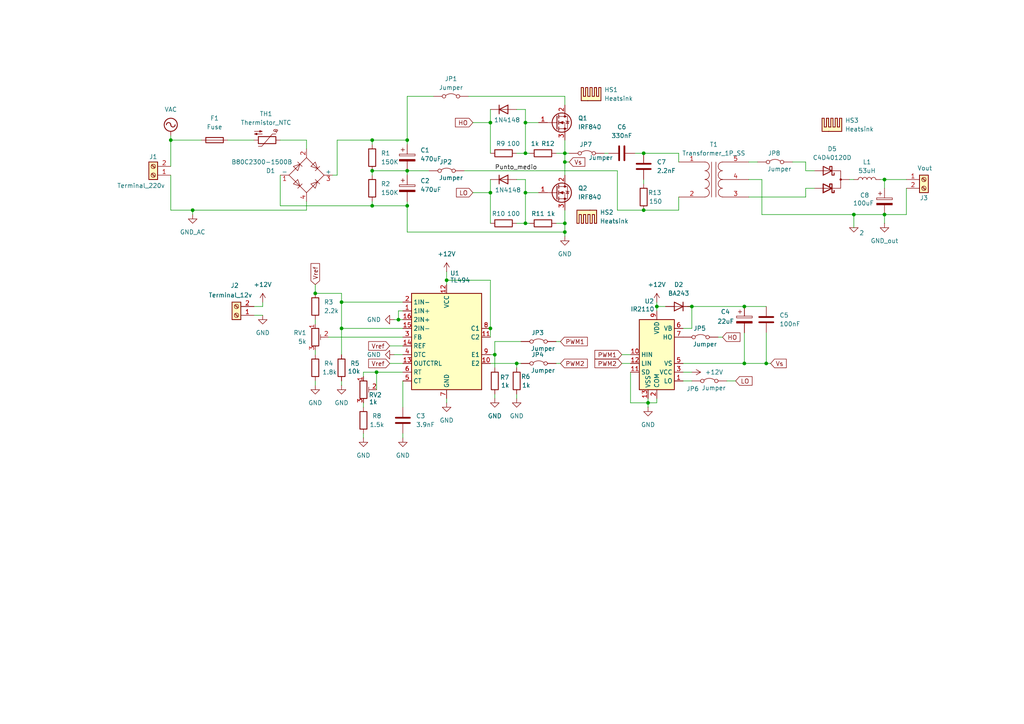
<source format=kicad_sch>
(kicad_sch (version 20231120) (generator "eeschema") (generator_version "8.0")
  (paper "A4")
  (lib_symbols
    (symbol "Connector:Screw_Terminal_01x02" (pin_names (offset 1.016) hide)
      (property "Reference" "J" (at 0 2.54 0))
      (property "Value" "Screw_Terminal_01x02" (at 0 -5.08 0))
      (symbol "Screw_Terminal_01x02_1_1"
        (rectangle (start -1.27 1.27) (end 1.27 -3.81) (stroke (width 0.254)) (fill (type background)))
        (circle (center 0 -2.54) (radius 0.635) (stroke (width 0.1524)))
        (polyline (pts (xy -0.5334 -2.2098) (xy 0.3302 -3.048)) (stroke (width 0.1524)))
        (polyline (pts (xy -0.5334 0.3302) (xy 0.3302 -0.508)) (stroke (width 0.1524)))
        (polyline (pts (xy -0.3556 -2.032) (xy 0.508 -2.8702)) (stroke (width 0.1524)))
        (polyline (pts (xy -0.3556 0.508) (xy 0.508 -0.3302)) (stroke (width 0.1524)))
        (circle (center 0 0) (radius 0.635) (stroke (width 0.1524)))
        (pin passive line (at -5.08 0 0) (length 3.81) (name "Pin_1") (number "1"))
        (pin passive line (at -5.08 -2.54 0) (length 3.81) (name "Pin_2") (number "2"))
      )
    )
    (symbol "Device:C" (pin_numbers hide) (pin_names (offset 0.254))
      (property "Reference" "C" (at 0.635 2.54 0))
      (property "Value" "C" (at 0.635 -2.54 0))
      (symbol "C_0_1"
        (polyline (pts (xy -2.032 -0.762) (xy 2.032 -0.762)) (stroke (width 0.508)))
        (polyline (pts (xy -2.032 0.762) (xy 2.032 0.762)) (stroke (width 0.508)))
      )
      (symbol "C_1_1"
        (pin passive line (at 0 3.81 270) (length 2.794) (name "~") (number "1"))
        (pin passive line (at 0 -3.81 90) (length 2.794) (name "~") (number "2"))
      )
    )
    (symbol "Device:C_Polarized" (pin_numbers hide) (pin_names (offset 0.254))
      (property "Reference" "C" (at 0.635 2.54 0))
      (property "Value" "C_Polarized" (at 0.635 -2.54 0))
      (symbol "C_Polarized_0_1"
        (rectangle (start -2.286 0.508) (end 2.286 1.016))
        (polyline (pts (xy -1.778 2.286) (xy -0.762 2.286)))
        (polyline (pts (xy -1.27 2.794) (xy -1.27 1.778)))
        (rectangle (start 2.286 -0.508) (end -2.286 -1.016) (fill (type outline)))
      )
      (symbol "C_Polarized_1_1"
        (pin passive line (at 0 3.81 270) (length 2.794) (name "~") (number "1"))
        (pin passive line (at 0 -3.81 90) (length 2.794) (name "~") (number "2"))
      )
    )
    (symbol "Device:Fuse" (pin_numbers hide) (pin_names (offset 0))
      (property "Reference" "F" (at 2.032 0 90))
      (property "Value" "Fuse" (at -1.905 0 90))
      (symbol "Fuse_0_1"
        (rectangle (start -0.762 -2.54) (end 0.762 2.54) (stroke (width 0.254)))
        (polyline (pts (xy 0 2.54) (xy 0 -2.54)))
      )
      (symbol "Fuse_1_1"
        (pin passive line (at 0 3.81 270) (length 1.27) (name "~") (number "1"))
        (pin passive line (at 0 -3.81 90) (length 1.27) (name "~") (number "2"))
      )
    )
    (symbol "Device:L" (pin_numbers hide) (pin_names (offset 1.016) hide)
      (property "Reference" "L" (at -1.27 0 90))
      (property "Value" "L" (at 1.905 0 90))
      (symbol "L_0_1"
        (arc (start 0 -2.54) (mid 0.6323 -1.905) (end 0 -1.27))
        (arc (start 0 -1.27) (mid 0.6323 -0.635) (end 0 0))
        (arc (start 0 0) (mid 0.6323 0.635) (end 0 1.27))
        (arc (start 0 1.27) (mid 0.6323 1.905) (end 0 2.54))
      )
      (symbol "L_1_1"
        (pin passive line (at 0 3.81 270) (length 1.27) (name "1") (number "1"))
        (pin passive line (at 0 -3.81 90) (length 1.27) (name "2") (number "2"))
      )
    )
    (symbol "Device:R" (pin_numbers hide) (pin_names (offset 0))
      (property "Reference" "R" (at 2.032 0 90))
      (property "Value" "R" (at 0 0 90))
      (symbol "R_0_1"
        (rectangle (start -1.016 -2.54) (end 1.016 2.54) (stroke (width 0.254)))
      )
      (symbol "R_1_1"
        (pin passive line (at 0 3.81 270) (length 1.27) (name "~") (number "1"))
        (pin passive line (at 0 -3.81 90) (length 1.27) (name "~") (number "2"))
      )
    )
    (symbol "Device:R_Potentiometer_Trim" (pin_names (offset 1.016) hide)
      (property "Reference" "RV" (at -4.445 0 90))
      (property "Value" "R_Potentiometer_Trim" (at -2.54 0 90))
      (symbol "R_Potentiometer_Trim_0_1"
        (polyline (pts (xy 1.524 0.762) (xy 1.524 -0.762)))
        (polyline (pts (xy 2.54 0) (xy 1.524 0)))
        (rectangle (start 1.016 2.54) (end -1.016 -2.54) (stroke (width 0.254)))
      )
      (symbol "R_Potentiometer_Trim_1_1"
        (pin passive line (at 0 3.81 270) (length 1.27) (name "1") (number "1"))
        (pin passive line (at 3.81 0 180) (length 1.27) (name "2") (number "2"))
        (pin passive line (at 0 -3.81 90) (length 1.27) (name "3") (number "3"))
      )
    )
    (symbol "Device:Thermistor_NTC" (pin_numbers hide) (pin_names (offset 0))
      (property "Reference" "TH" (at -4.445 0 90))
      (property "Value" "Thermistor_NTC" (at 3.175 0 90))
      (symbol "Thermistor_NTC_0_1"
        (arc (start -3.048 2.159) (mid -3.0495 2.3143) (end -3.175 2.413))
        (arc (start -3.048 2.159) (mid -2.9736 1.9794) (end -2.794 1.905))
        (arc (start -3.048 2.794) (mid -2.9736 2.6144) (end -2.794 2.54))
        (arc (start -2.794 1.905) (mid -2.6144 1.9794) (end -2.54 2.159))
        (arc (start -2.794 2.54) (mid -2.4393 2.5587) (end -2.159 2.794))
        (arc (start -2.794 3.048) (mid -2.9736 2.9736) (end -3.048 2.794))
        (arc (start -2.54 2.794) (mid -2.6144 2.9736) (end -2.794 3.048))
        (rectangle (start -1.016 2.54) (end 1.016 -2.54) (stroke (width 0.254)))
        (polyline (pts (xy -2.54 2.159) (xy -2.54 2.794)))
        (polyline (pts (xy -1.778 2.54) (xy -1.778 1.524) (xy 1.778 -1.524) (xy 1.778 -2.54)))
        (polyline (pts (xy -2.54 -3.683) (xy -2.54 -1.397) (xy -2.794 -2.159) (xy -2.286 -2.159) (xy -2.54 -1.397) (xy -2.54 -1.651)) (fill (type outline)))
        (polyline (pts (xy -1.778 -1.397) (xy -1.778 -3.683) (xy -2.032 -2.921) (xy -1.524 -2.921) (xy -1.778 -3.683) (xy -1.778 -3.429)) (fill (type outline)))
      )
      (symbol "Thermistor_NTC_1_1"
        (pin passive line (at 0 3.81 270) (length 1.27) (name "~") (number "1"))
        (pin passive line (at 0 -3.81 90) (length 1.27) (name "~") (number "2"))
      )
    )
    (symbol "Device:Transformer_1P_SS" (pin_names (offset 1.016) hide)
      (property "Reference" "T" (at 0 6.35 0))
      (property "Value" "Transformer_1P_SS" (at 0 -7.62 0))
      (symbol "Transformer_1P_SS_0_1"
        (arc (start -2.54 -5.0546) (mid -1.6599 -4.6901) (end -1.27 -3.81))
        (arc (start -2.54 -2.5146) (mid -1.6599 -2.1501) (end -1.27 -1.27))
        (arc (start -2.54 0.0254) (mid -1.6599 0.3899) (end -1.27 1.27))
        (arc (start -2.54 2.5654) (mid -1.6599 2.9299) (end -1.27 3.81))
        (arc (start -1.27 -3.81) (mid -1.642 -2.912) (end -2.54 -2.54))
        (arc (start -1.27 -1.27) (mid -1.642 -0.372) (end -2.54 0))
        (arc (start -1.27 1.27) (mid -1.642 2.168) (end -2.54 2.54))
        (arc (start -1.27 3.81) (mid -1.642 4.708) (end -2.54 5.08))
        (polyline (pts (xy -0.635 5.08) (xy -0.635 -5.08)))
        (polyline (pts (xy 0.635 -5.08) (xy 0.635 5.08)))
        (arc (start 1.2954 -1.27) (mid 1.6599 -2.1501) (end 2.54 -2.5146))
        (arc (start 1.2954 1.27) (mid 1.6599 0.3899) (end 2.54 0.0254))
        (arc (start 1.2954 3.81) (mid 1.6599 2.9299) (end 2.54 2.5654))
        (arc (start 1.3208 -3.81) (mid 1.6853 -4.6901) (end 2.5654 -5.0546))
        (arc (start 2.54 0) (mid 1.642 -0.372) (end 1.2954 -1.27))
        (arc (start 2.54 2.54) (mid 1.642 2.168) (end 1.2954 1.27))
        (arc (start 2.54 5.08) (mid 1.642 4.708) (end 1.2954 3.81))
        (arc (start 2.5654 -2.54) (mid 1.6674 -2.912) (end 1.3208 -3.81))
      )
      (symbol "Transformer_1P_SS_1_1"
        (pin passive line (at -10.16 5.08 0) (length 7.62) (name "AA") (number "1"))
        (pin passive line (at -10.16 -5.08 0) (length 7.62) (name "AB") (number "2"))
        (pin passive line (at 10.16 -5.08 180) (length 7.62) (name "SA") (number "3"))
        (pin passive line (at 10.16 0 180) (length 7.62) (name "SC") (number "4"))
        (pin passive line (at 10.16 5.08 180) (length 7.62) (name "SB") (number "5"))
      )
    )
    (symbol "Diode:1N4148" (pin_numbers hide) (pin_names hide)
      (property "Reference" "D" (at 0 2.54 0))
      (property "Value" "1N4148" (at 0 -2.54 0))
      (symbol "1N4148_0_1"
        (polyline (pts (xy -1.27 1.27) (xy -1.27 -1.27)) (stroke (width 0.254)))
        (polyline (pts (xy 1.27 0) (xy -1.27 0)))
        (polyline (pts (xy 1.27 1.27) (xy 1.27 -1.27) (xy -1.27 0) (xy 1.27 1.27)) (stroke (width 0.254)))
      )
      (symbol "1N4148_1_1"
        (pin passive line (at -3.81 0 0) (length 2.54) (name "K") (number "1"))
        (pin passive line (at 3.81 0 180) (length 2.54) (name "A") (number "2"))
      )
    )
    (symbol "Diode:BA243" (pin_numbers hide) (pin_names hide)
      (property "Reference" "D" (at 0 2.54 0))
      (property "Value" "BA243" (at 0 -2.54 0))
      (symbol "BA243_0_1"
        (polyline (pts (xy -1.27 1.27) (xy -1.27 -1.27)) (stroke (width 0.254)))
        (polyline (pts (xy 1.27 0) (xy -1.27 0)))
        (polyline (pts (xy 1.27 1.27) (xy 1.27 -1.27) (xy -1.27 0) (xy 1.27 1.27)) (stroke (width 0.254)))
      )
      (symbol "BA243_1_1"
        (pin passive line (at -3.81 0 0) (length 2.54) (name "K") (number "1"))
        (pin passive line (at 3.81 0 180) (length 2.54) (name "A") (number "2"))
      )
    )
    (symbol "Diode:C4D40120D" (pin_numbers hide) (pin_names (offset 1.016) hide)
      (property "Reference" "D" (at 0 5.08 0))
      (property "Value" "C4D40120D" (at 0 -5.08 0))
      (symbol "C4D40120D_0_1"
        (polyline (pts (xy -2.54 -2.54) (xy 0 -2.54)))
        (polyline (pts (xy -2.54 -2.54) (xy 0 -2.54)))
        (polyline (pts (xy -2.54 2.54) (xy 0 2.54)))
        (polyline (pts (xy -2.54 -3.81) (xy -2.54 -1.27) (xy 0 -2.54) (xy -2.54 -3.81)) (stroke (width 0.254)))
        (polyline (pts (xy -2.54 -3.81) (xy -2.54 -1.27) (xy 0 -2.54) (xy -2.54 -3.81)) (stroke (width 0.254)))
        (polyline (pts (xy -2.54 1.27) (xy -2.54 3.81) (xy 0 2.54) (xy -2.54 1.27)) (stroke (width 0.254)))
        (polyline (pts (xy 0 2.54) (xy 2.54 2.54) (xy 2.54 -2.54) (xy 0 -2.54)))
        (polyline (pts (xy 0.635 -3.175) (xy 0.635 -3.81) (xy 0 -3.81) (xy 0 -1.27) (xy -0.635 -1.27) (xy -0.635 -1.905)) (stroke (width 0.254)))
        (polyline (pts (xy 0.635 -3.175) (xy 0.635 -3.81) (xy 0 -3.81) (xy 0 -1.27) (xy -0.635 -1.27) (xy -0.635 -1.905)) (stroke (width 0.254)))
        (polyline (pts (xy 0.635 1.905) (xy 0.635 1.27) (xy 0 1.27) (xy 0 3.81) (xy -0.635 3.81) (xy -0.635 3.175)) (stroke (width 0.254)))
        (circle (center 2.54 0) (radius 0.254) (fill (type outline)))
      )
      (symbol "C4D40120D_1_1"
        (pin passive line (at -5.08 2.54 0) (length 2.54) (name "A1") (number "1"))
        (pin passive line (at 5.08 0 180) (length 2.54) (name "K") (number "2"))
        (pin passive line (at -5.08 -2.54 0) (length 2.54) (name "A2") (number "3"))
      )
    )
    (symbol "Diode_Bridge:B80C2300-1500B" (pin_names (offset 0))
      (property "Reference" "D" (at 2.54 6.985 0))
      (property "Value" "B80C2300-1500B" (at 2.54 5.08 0))
      (symbol "B80C2300-1500B_0_1"
        (polyline (pts (xy -2.54 3.81) (xy -1.27 2.54)))
        (polyline (pts (xy -1.27 -2.54) (xy -2.54 -3.81)))
        (polyline (pts (xy 2.54 -1.27) (xy 3.81 -2.54)))
        (polyline (pts (xy 2.54 1.27) (xy 3.81 2.54)))
        (polyline (pts (xy -3.81 2.54) (xy -2.54 1.27) (xy -1.905 3.175) (xy -3.81 2.54)))
        (polyline (pts (xy -2.54 -1.27) (xy -3.81 -2.54) (xy -1.905 -3.175) (xy -2.54 -1.27)))
        (polyline (pts (xy 1.27 2.54) (xy 2.54 3.81) (xy 3.175 1.905) (xy 1.27 2.54)))
        (polyline (pts (xy 3.175 -1.905) (xy 1.27 -2.54) (xy 2.54 -3.81) (xy 3.175 -1.905)))
        (polyline (pts (xy -5.08 0) (xy 0 -5.08) (xy 5.08 0) (xy 0 5.08) (xy -5.08 0)))
      )
      (symbol "B80C2300-1500B_1_1"
        (pin passive line (at -7.62 0 0) (length 2.54) (name "-") (number "1"))
        (pin passive line (at 0 7.62 270) (length 2.54) (name "~") (number "2"))
        (pin passive line (at 7.62 0 180) (length 2.54) (name "+") (number "3"))
        (pin passive line (at 0 -7.62 90) (length 2.54) (name "~") (number "4"))
      )
    )
    (symbol "Driver_FET:IR2110"
      (property "Reference" "U" (at 1.27 13.335 0))
      (property "Value" "IR2110" (at 1.27 11.43 0))
      (symbol "IR2110_0_1"
        (rectangle (start -5.08 -10.16) (end 5.08 10.16) (stroke (width 0.254)) (fill (type background)))
      )
      (symbol "IR2110_1_1"
        (pin output line (at 7.62 -7.62 180) (length 2.54) (name "LO") (number "1"))
        (pin input line (at -7.62 0 0) (length 2.54) (name "HIN") (number "10"))
        (pin input line (at -7.62 -5.08 0) (length 2.54) (name "SD") (number "11"))
        (pin input line (at -7.62 -2.54 0) (length 2.54) (name "LIN") (number "12"))
        (pin power_in line (at -2.54 -12.7 90) (length 2.54) (name "VSS") (number "13"))
        (pin no_connect line (at -5.08 2.54 0) (length 2.54) hide (name "NC") (number "14"))
        (pin power_in line (at 0 -12.7 90) (length 2.54) (name "COM") (number "2"))
        (pin power_in line (at 7.62 -5.08 180) (length 2.54) (name "VCC") (number "3"))
        (pin no_connect line (at -5.08 7.62 0) (length 2.54) hide (name "NC") (number "4"))
        (pin passive line (at 7.62 -2.54 180) (length 2.54) (name "VS") (number "5"))
        (pin passive line (at 7.62 7.62 180) (length 2.54) (name "VB") (number "6"))
        (pin output line (at 7.62 5.08 180) (length 2.54) (name "HO") (number "7"))
        (pin no_connect line (at -5.08 5.08 0) (length 2.54) hide (name "NC") (number "8"))
        (pin power_in line (at 0 12.7 270) (length 2.54) (name "VDD") (number "9"))
      )
    )
    (symbol "Jumper:Jumper_2_Bridged" (pin_numbers hide) (pin_names (offset 0) hide) (exclude_from_sim yes)
      (property "Reference" "JP" (at 0 1.905 0))
      (property "Value" "Jumper_2_Bridged" (at 0 -2.54 0))
      (symbol "Jumper_2_Bridged_0_0"
        (circle (center -2.032 0) (radius 0.508))
        (circle (center 2.032 0) (radius 0.508))
      )
      (symbol "Jumper_2_Bridged_0_1"
        (arc (start 1.524 0.254) (mid 0 0.762) (end -1.524 0.254))
      )
      (symbol "Jumper_2_Bridged_1_1"
        (pin passive line (at -5.08 0 0) (length 2.54) (name "A") (number "1"))
        (pin passive line (at 5.08 0 180) (length 2.54) (name "B") (number "2"))
      )
    )
    (symbol "Mechanical:Heatsink" (pin_names (offset 1.016)) (exclude_from_sim yes)
      (property "Reference" "HS" (at 0 5.08 0))
      (property "Value" "Heatsink" (at 0 -1.27 0))
      (symbol "Heatsink_0_1"
        (polyline (pts (xy -0.3302 1.27) (xy -0.9652 1.27) (xy -0.9652 3.81) (xy -1.6002 3.81) (xy -1.6002 1.27) (xy -2.2352 1.27) (xy -2.2352 3.81) (xy -2.8702 3.81) (xy -2.8702 0) (xy -0.9652 0)) (stroke (width 0.254)) (fill (type background)))
        (polyline (pts (xy -0.3302 1.27) (xy -0.3302 3.81) (xy 0.3048 3.81) (xy 0.3048 1.27) (xy 0.9398 1.27) (xy 0.9398 3.81) (xy 1.5748 3.81) (xy 1.5748 1.27) (xy 2.2098 1.27) (xy 2.2098 3.81) (xy 2.8448 3.81) (xy 2.8448 0) (xy -0.9652 0)) (stroke (width 0.254)) (fill (type background)))
      )
    )
    (symbol "Regulator_Controller:TL494"
      (property "Reference" "U" (at 3.81 19.05 0))
      (property "Value" "TL494" (at 3.81 16.51 0))
      (symbol "TL494_0_1"
        (rectangle (start -10.16 -12.7) (end 10.16 15.24) (stroke (width 0.254)) (fill (type background)))
      )
      (symbol "TL494_1_1"
        (pin input line (at -12.7 10.16 0) (length 2.54) (name "1IN+") (number "1"))
        (pin passive line (at 12.7 -5.08 180) (length 2.54) (name "E2") (number "10"))
        (pin passive line (at 12.7 2.54 180) (length 2.54) (name "C2") (number "11"))
        (pin power_in line (at 0 17.78 270) (length 2.54) (name "VCC") (number "12"))
        (pin input line (at -12.7 -5.08 0) (length 2.54) (name "OUTCTRL") (number "13"))
        (pin power_out line (at -12.7 0 0) (length 2.54) (name "REF") (number "14"))
        (pin input line (at -12.7 5.08 0) (length 2.54) (name "2IN-") (number "15"))
        (pin input line (at -12.7 7.62 0) (length 2.54) (name "2IN+") (number "16"))
        (pin input line (at -12.7 12.7 0) (length 2.54) (name "1IN-") (number "2"))
        (pin output line (at -12.7 2.54 0) (length 2.54) (name "FB") (number "3"))
        (pin input line (at -12.7 -2.54 0) (length 2.54) (name "DTC") (number "4"))
        (pin passive line (at -12.7 -10.16 0) (length 2.54) (name "CT") (number "5"))
        (pin passive line (at -12.7 -7.62 0) (length 2.54) (name "RT") (number "6"))
        (pin power_in line (at 0 -15.24 90) (length 2.54) (name "GND") (number "7"))
        (pin passive line (at 12.7 5.08 180) (length 2.54) (name "C1") (number "8"))
        (pin passive line (at 12.7 -2.54 180) (length 2.54) (name "E1") (number "9"))
      )
    )
    (symbol "Simulation_SPICE:0" (power) (pin_numbers hide) (pin_names (offset 0) hide)
      (property "Value" "0" (at 0 -2.54 0))
      (symbol "0_0_1"
        (polyline (pts (xy -1.27 0) (xy 0 -1.27) (xy 1.27 0) (xy -1.27 0)))
      )
      (symbol "0_1_1"
        (pin power_in line (at 0 0 0) (length 0) (name "~") (number "1"))
      )
    )
    (symbol "Transistor_FET:IRF540N" (pin_names hide)
      (property "Reference" "Q" (at 5.08 1.905 0))
      (property "Value" "IRF540N" (at 5.08 0 0))
      (symbol "IRF540N_0_1"
        (polyline (pts (xy 0.254 0) (xy -2.54 0)))
        (polyline (pts (xy 0.254 1.905) (xy 0.254 -1.905)) (stroke (width 0.254)))
        (polyline (pts (xy 0.762 -1.27) (xy 0.762 -2.286)) (stroke (width 0.254)))
        (polyline (pts (xy 0.762 0.508) (xy 0.762 -0.508)) (stroke (width 0.254)))
        (polyline (pts (xy 0.762 2.286) (xy 0.762 1.27)) (stroke (width 0.254)))
        (polyline (pts (xy 2.54 2.54) (xy 2.54 1.778)))
        (polyline (pts (xy 2.54 -2.54) (xy 2.54 0) (xy 0.762 0)))
        (polyline (pts (xy 0.762 -1.778) (xy 3.302 -1.778) (xy 3.302 1.778) (xy 0.762 1.778)))
        (polyline (pts (xy 1.016 0) (xy 2.032 0.381) (xy 2.032 -0.381) (xy 1.016 0)) (fill (type outline)))
        (polyline (pts (xy 2.794 0.508) (xy 2.921 0.381) (xy 3.683 0.381) (xy 3.81 0.254)))
        (polyline (pts (xy 3.302 0.381) (xy 2.921 -0.254) (xy 3.683 -0.254) (xy 3.302 0.381)))
        (circle (center 1.651 0) (radius 2.794) (stroke (width 0.254)))
        (circle (center 2.54 -1.778) (radius 0.254) (fill (type outline)))
        (circle (center 2.54 1.778) (radius 0.254) (fill (type outline)))
      )
      (symbol "IRF540N_1_1"
        (pin input line (at -5.08 0 0) (length 2.54) (name "G") (number "1"))
        (pin passive line (at 2.54 5.08 270) (length 2.54) (name "D") (number "2"))
        (pin passive line (at 2.54 -5.08 90) (length 2.54) (name "S") (number "3"))
      )
    )
    (symbol "power:+12V" (power) (pin_numbers hide) (pin_names (offset 0) hide)
      (property "Value" "+12V" (at 0 3.556 0))
      (symbol "+12V_0_1"
        (polyline (pts (xy -0.762 1.27) (xy 0 2.54)))
        (polyline (pts (xy 0 0) (xy 0 2.54)))
        (polyline (pts (xy 0 2.54) (xy 0.762 1.27)))
      )
      (symbol "+12V_1_1"
        (pin power_in line (at 0 0 90) (length 0) (name "~") (number "1"))
      )
    )
    (symbol "power:GND" (power) (pin_numbers hide) (pin_names (offset 0) hide)
      (property "Value" "GND" (at 0 -3.81 0))
      (symbol "GND_0_1"
        (polyline (pts (xy 0 0) (xy 0 -1.27) (xy 1.27 -1.27) (xy 0 -2.54) (xy -1.27 -1.27) (xy 0 -1.27)))
      )
      (symbol "GND_1_1"
        (pin power_in line (at 0 0 270) (length 0) (name "~") (number "1"))
      )
    )
    (symbol "power:VAC" (power) (pin_numbers hide) (pin_names (offset 0) hide)
      (property "Value" "VAC" (at 0 6.35 0))
      (symbol "VAC_0_1"
        (polyline (pts (xy 0 0) (xy 0 1.27)))
        (arc (start 0 3.175) (mid -0.635 3.8073) (end -1.27 3.175) (stroke (width 0.254)))
        (arc (start 0 3.175) (mid 0.635 2.5427) (end 1.27 3.175) (stroke (width 0.254)))
        (circle (center 0 3.175) (radius 1.905) (stroke (width 0.254)))
      )
      (symbol "VAC_1_1"
        (pin power_in line (at 0 0 90) (length 0) (name "~") (number "1"))
      )
    )
  )
  (junction (at 215.9 105.41))
  (junction (at 55.88 60.96))
  (junction (at 142.24 35.56))
  (junction (at 149.86 105.41))
  (junction (at 143.51 102.87))
  (junction (at 129.54 81.28))
  (junction (at 152.4 64.77))
  (junction (at 118.11 49.53))
  (junction (at 256.54 62.23))
  (junction (at 200.66 88.9))
  (junction (at 142.24 55.88))
  (junction (at 163.83 64.77))
  (junction (at 215.9 88.9))
  (junction (at 115.57 92.71))
  (junction (at 107.95 40.64))
  (junction (at 152.4 44.45))
  (junction (at 49.53 40.64))
  (junction (at 163.83 44.45))
  (junction (at 118.11 59.69))
  (junction (at 91.44 85.09))
  (junction (at 107.95 49.53))
  (junction (at 187.96 116.84))
  (junction (at 118.11 40.64))
  (junction (at 190.5 88.9))
  (junction (at 247.65 62.23))
  (junction (at 152.4 55.88))
  (junction (at 186.69 60.96))
  (junction (at 163.83 67.31))
  (junction (at 99.06 95.25))
  (junction (at 152.4 35.56))
  (junction (at 99.06 87.63))
  (junction (at 107.95 59.69))
  (junction (at 222.25 105.41))
  (junction (at 142.24 95.25))
  (junction (at 186.69 44.45))
  (junction (at 163.83 46.99))
  (junction (at 109.22 107.95))
  (junction (at 256.54 52.07))
  (wire (pts (xy 115.57 92.71) (xy 116.84 92.71)))
  (wire (pts (xy 88.9 40.64) (xy 88.9 43.18)))
  (wire (pts (xy 149.86 31.75) (xy 152.4 31.75)))
  (wire (pts (xy 91.44 101.6) (xy 91.44 102.87)))
  (wire (pts (xy 190.5 88.9) (xy 190.5 90.17)))
  (wire (pts (xy 200.66 95.25) (xy 198.12 95.25)))
  (wire (pts (xy 107.95 40.64) (xy 107.95 41.91)))
  (wire (pts (xy 142.24 55.88) (xy 142.24 64.77)))
  (wire (pts (xy 99.06 95.25) (xy 116.84 95.25)))
  (wire (pts (xy 55.88 60.96) (xy 49.53 60.96)))
  (wire (pts (xy 152.4 64.77) (xy 153.67 64.77)))
  (wire (pts (xy 118.11 67.31) (xy 118.11 59.69)))
  (wire (pts (xy 152.4 55.88) (xy 156.21 55.88)))
  (wire (pts (xy 217.17 46.99) (xy 219.71 46.99)))
  (wire (pts (xy 107.95 58.42) (xy 107.95 59.69)))
  (wire (pts (xy 105.41 125.73) (xy 105.41 127)))
  (wire (pts (xy 233.68 57.15) (xy 233.68 54.61)))
  (wire (pts (xy 163.83 64.77) (xy 163.83 67.31)))
  (wire (pts (xy 49.53 39.37) (xy 49.53 40.64)))
  (wire (pts (xy 142.24 105.41) (xy 149.86 105.41)))
  (wire (pts (xy 116.84 125.73) (xy 116.84 127)))
  (wire (pts (xy 149.86 52.07) (xy 152.4 52.07)))
  (wire (pts (xy 142.24 95.25) (xy 142.24 97.79)))
  (wire (pts (xy 116.84 87.63) (xy 99.06 87.63)))
  (wire (pts (xy 163.83 64.77) (xy 163.83 60.96)))
  (wire (pts (xy 152.4 44.45) (xy 153.67 44.45)))
  (wire (pts (xy 179.07 60.96) (xy 186.69 60.96)))
  (wire (pts (xy 190.5 88.9) (xy 193.04 88.9)))
  (wire (pts (xy 196.85 46.99) (xy 196.85 44.45)))
  (wire (pts (xy 182.88 116.84) (xy 187.96 116.84)))
  (wire (pts (xy 152.4 55.88) (xy 152.4 64.77)))
  (wire (pts (xy 215.9 96.52) (xy 215.9 105.41)))
  (wire (pts (xy 217.17 57.15) (xy 233.68 57.15)))
  (wire (pts (xy 196.85 44.45) (xy 186.69 44.45)))
  (wire (pts (xy 113.03 105.41) (xy 116.84 105.41)))
  (wire (pts (xy 175.26 44.45) (xy 176.53 44.45)))
  (wire (pts (xy 217.17 52.07) (xy 220.98 52.07)))
  (wire (pts (xy 190.5 87.63) (xy 190.5 88.9)))
  (wire (pts (xy 118.11 49.53) (xy 118.11 50.8)))
  (wire (pts (xy 180.34 102.87) (xy 182.88 102.87)))
  (wire (pts (xy 95.25 97.79) (xy 116.84 97.79)))
  (wire (pts (xy 180.34 105.41) (xy 182.88 105.41)))
  (wire (pts (xy 116.84 110.49) (xy 116.84 118.11)))
  (wire (pts (xy 91.44 82.55) (xy 91.44 85.09)))
  (wire (pts (xy 186.69 52.07) (xy 186.69 53.34)))
  (wire (pts (xy 97.79 40.64) (xy 107.95 40.64)))
  (wire (pts (xy 200.66 88.9) (xy 215.9 88.9)))
  (wire (pts (xy 118.11 27.94) (xy 125.73 27.94)))
  (wire (pts (xy 129.54 81.28) (xy 142.24 81.28)))
  (wire (pts (xy 88.9 60.96) (xy 88.9 58.42)))
  (wire (pts (xy 143.51 114.3) (xy 143.51 115.57)))
  (wire (pts (xy 152.4 52.07) (xy 152.4 55.88)))
  (wire (pts (xy 222.25 105.41) (xy 223.52 105.41)))
  (wire (pts (xy 142.24 81.28) (xy 142.24 95.25)))
  (wire (pts (xy 222.25 105.41) (xy 222.25 96.52)))
  (wire (pts (xy 109.22 107.95) (xy 116.84 107.95)))
  (wire (pts (xy 49.53 60.96) (xy 49.53 50.8)))
  (wire (pts (xy 149.86 114.3) (xy 149.86 115.57)))
  (wire (pts (xy 49.53 40.64) (xy 49.53 48.26)))
  (wire (pts (xy 161.29 44.45) (xy 163.83 44.45)))
  (wire (pts (xy 152.4 35.56) (xy 152.4 44.45)))
  (wire (pts (xy 49.53 40.64) (xy 58.42 40.64)))
  (wire (pts (xy 118.11 59.69) (xy 118.11 58.42)))
  (wire (pts (xy 81.28 59.69) (xy 107.95 59.69)))
  (wire (pts (xy 129.54 115.57) (xy 129.54 116.84)))
  (wire (pts (xy 187.96 115.57) (xy 187.96 116.84)))
  (wire (pts (xy 161.29 64.77) (xy 163.83 64.77)))
  (wire (pts (xy 262.89 54.61) (xy 262.89 62.23)))
  (wire (pts (xy 187.96 116.84) (xy 190.5 116.84)))
  (wire (pts (xy 115.57 90.17) (xy 115.57 92.71)))
  (wire (pts (xy 118.11 40.64) (xy 118.11 41.91)))
  (wire (pts (xy 142.24 35.56) (xy 142.24 44.45)))
  (wire (pts (xy 81.28 50.8) (xy 81.28 59.69)))
  (wire (pts (xy 152.4 44.45) (xy 149.86 44.45)))
  (wire (pts (xy 161.29 105.41) (xy 162.56 105.41)))
  (wire (pts (xy 118.11 67.31) (xy 163.83 67.31)))
  (wire (pts (xy 109.22 107.95) (xy 105.41 107.95)))
  (wire (pts (xy 256.54 52.07) (xy 262.89 52.07)))
  (wire (pts (xy 134.62 49.53) (xy 179.07 49.53)))
  (wire (pts (xy 149.86 105.41) (xy 149.86 106.68)))
  (wire (pts (xy 143.51 102.87) (xy 143.51 106.68)))
  (wire (pts (xy 137.16 35.56) (xy 142.24 35.56)))
  (wire (pts (xy 236.22 49.53) (xy 233.68 49.53)))
  (wire (pts (xy 99.06 85.09) (xy 99.06 87.63)))
  (wire (pts (xy 105.41 107.95) (xy 105.41 109.22)))
  (wire (pts (xy 116.84 90.17) (xy 115.57 90.17)))
  (wire (pts (xy 81.28 40.64) (xy 88.9 40.64)))
  (wire (pts (xy 256.54 62.23) (xy 256.54 64.77)))
  (wire (pts (xy 97.79 50.8) (xy 97.79 40.64)))
  (wire (pts (xy 163.83 46.99) (xy 163.83 50.8)))
  (wire (pts (xy 187.96 116.84) (xy 187.96 118.11)))
  (wire (pts (xy 91.44 110.49) (xy 91.44 111.76)))
  (wire (pts (xy 182.88 107.95) (xy 182.88 116.84)))
  (wire (pts (xy 118.11 49.53) (xy 124.46 49.53)))
  (wire (pts (xy 247.65 62.23) (xy 256.54 62.23)))
  (wire (pts (xy 73.66 88.9) (xy 76.2 88.9)))
  (wire (pts (xy 163.83 44.45) (xy 163.83 46.99)))
  (wire (pts (xy 107.95 40.64) (xy 118.11 40.64)))
  (wire (pts (xy 210.82 110.49) (xy 213.36 110.49)))
  (wire (pts (xy 229.87 46.99) (xy 233.68 46.99)))
  (wire (pts (xy 165.1 46.99) (xy 163.83 46.99)))
  (wire (pts (xy 256.54 52.07) (xy 255.27 52.07)))
  (wire (pts (xy 209.55 97.79) (xy 208.28 97.79)))
  (wire (pts (xy 215.9 105.41) (xy 222.25 105.41)))
  (wire (pts (xy 107.95 49.53) (xy 107.95 50.8)))
  (wire (pts (xy 91.44 85.09) (xy 99.06 85.09)))
  (wire (pts (xy 152.4 31.75) (xy 152.4 35.56)))
  (wire (pts (xy 233.68 54.61) (xy 236.22 54.61)))
  (wire (pts (xy 233.68 46.99) (xy 233.68 49.53)))
  (wire (pts (xy 55.88 60.96) (xy 55.88 62.23)))
  (wire (pts (xy 107.95 59.69) (xy 118.11 59.69)))
  (wire (pts (xy 190.5 116.84) (xy 190.5 115.57)))
  (wire (pts (xy 246.38 52.07) (xy 247.65 52.07)))
  (wire (pts (xy 215.9 88.9) (xy 222.25 88.9)))
  (wire (pts (xy 163.83 44.45) (xy 165.1 44.45)))
  (wire (pts (xy 118.11 49.53) (xy 107.95 49.53)))
  (wire (pts (xy 256.54 52.07) (xy 256.54 54.61)))
  (wire (pts (xy 198.12 105.41) (xy 215.9 105.41)))
  (wire (pts (xy 114.3 92.71) (xy 115.57 92.71)))
  (wire (pts (xy 143.51 99.06) (xy 151.13 99.06)))
  (wire (pts (xy 152.4 35.56) (xy 156.21 35.56)))
  (wire (pts (xy 142.24 52.07) (xy 142.24 55.88)))
  (wire (pts (xy 163.83 40.64) (xy 163.83 44.45)))
  (wire (pts (xy 247.65 62.23) (xy 247.65 66.04)))
  (wire (pts (xy 200.66 88.9) (xy 200.66 95.25)))
  (wire (pts (xy 142.24 102.87) (xy 143.51 102.87)))
  (wire (pts (xy 129.54 78.74) (xy 129.54 81.28)))
  (wire (pts (xy 118.11 27.94) (xy 118.11 40.64)))
  (wire (pts (xy 161.29 99.06) (xy 162.56 99.06)))
  (wire (pts (xy 152.4 64.77) (xy 149.86 64.77)))
  (wire (pts (xy 143.51 102.87) (xy 143.51 99.06)))
  (wire (pts (xy 76.2 88.9) (xy 76.2 87.63)))
  (wire (pts (xy 99.06 95.25) (xy 99.06 102.87)))
  (wire (pts (xy 91.44 92.71) (xy 91.44 93.98)))
  (wire (pts (xy 137.16 55.88) (xy 142.24 55.88)))
  (wire (pts (xy 114.3 102.87) (xy 116.84 102.87)))
  (wire (pts (xy 220.98 62.23) (xy 247.65 62.23)))
  (wire (pts (xy 109.22 113.03) (xy 109.22 107.95)))
  (wire (pts (xy 262.89 62.23) (xy 256.54 62.23)))
  (wire (pts (xy 135.89 27.94) (xy 163.83 27.94)))
  (wire (pts (xy 220.98 52.07) (xy 220.98 62.23)))
  (wire (pts (xy 129.54 81.28) (xy 129.54 82.55)))
  (wire (pts (xy 199.39 88.9) (xy 200.66 88.9)))
  (wire (pts (xy 105.41 116.84) (xy 105.41 118.11)))
  (wire (pts (xy 196.85 60.96) (xy 186.69 60.96)))
  (wire (pts (xy 163.83 30.48) (xy 163.83 27.94)))
  (wire (pts (xy 55.88 60.96) (xy 88.9 60.96)))
  (wire (pts (xy 99.06 110.49) (xy 99.06 111.76)))
  (wire (pts (xy 99.06 87.63) (xy 99.06 95.25)))
  (wire (pts (xy 198.12 110.49) (xy 200.66 110.49)))
  (wire (pts (xy 186.69 44.45) (xy 184.15 44.45)))
  (wire (pts (xy 73.66 91.44) (xy 76.2 91.44)))
  (wire (pts (xy 66.04 40.64) (xy 73.66 40.64)))
  (wire (pts (xy 113.03 100.33) (xy 116.84 100.33)))
  (wire (pts (xy 196.85 57.15) (xy 196.85 60.96)))
  (wire (pts (xy 179.07 49.53) (xy 179.07 60.96)))
  (wire (pts (xy 149.86 105.41) (xy 151.13 105.41)))
  (wire (pts (xy 163.83 67.31) (xy 163.83 68.58)))
  (wire (pts (xy 198.12 107.95) (xy 200.66 107.95)))
  (wire (pts (xy 142.24 31.75) (xy 142.24 35.56)))
  (wire (pts (xy 96.52 50.8) (xy 97.79 50.8)))
  (label "Punto_medio" (at 143.51 49.53 0))
  (global_label "PWM2" (shape input) (at 162.56 105.41 0) (property "Intersheetrefs" "${INTERSHEET_REFS}" (effects (hide yes))))
  (global_label "PWM1" (shape input) (at 180.34 102.87 180) (property "Intersheetrefs" "${INTERSHEET_REFS}" (effects (hide yes))))
  (global_label "HO" (shape input) (at 137.16 35.56 180) (property "Intersheetrefs" "${INTERSHEET_REFS}" (effects (hide yes))))
  (global_label "HO" (shape input) (at 209.55 97.79 0) (property "Intersheetrefs" "${INTERSHEET_REFS}" (effects (hide yes))))
  (global_label "Vref" (shape input) (at 113.03 100.33 180) (property "Intersheetrefs" "${INTERSHEET_REFS}" (effects (hide yes))))
  (global_label "LO" (shape input) (at 213.36 110.49 0) (property "Intersheetrefs" "${INTERSHEET_REFS}" (effects (hide yes))))
  (global_label "Vref" (shape input) (at 113.03 105.41 180) (property "Intersheetrefs" "${INTERSHEET_REFS}" (effects (hide yes))))
  (global_label "LO" (shape input) (at 137.16 55.88 180) (property "Intersheetrefs" "${INTERSHEET_REFS}" (effects (hide yes))))
  (global_label "Vs" (shape input) (at 165.1 46.99 0) (property "Intersheetrefs" "${INTERSHEET_REFS}" (effects (hide yes))))
  (global_label "PWM1" (shape input) (at 162.56 99.06 0) (property "Intersheetrefs" "${INTERSHEET_REFS}" (effects (hide yes))))
  (global_label "Vref" (shape input) (at 91.44 82.55 90) (property "Intersheetrefs" "${INTERSHEET_REFS}" (effects (hide yes))))
  (global_label "PWM2" (shape input) (at 180.34 105.41 180) (property "Intersheetrefs" "${INTERSHEET_REFS}" (effects (hide yes))))
  (global_label "Vs" (shape input) (at 223.52 105.41 0) (property "Intersheetrefs" "${INTERSHEET_REFS}" (effects (hide yes))))
  (symbol (lib_id "Device:R_Potentiometer_Trim") (at 91.44 97.79 0) (unit 1)
    (property "Reference" "RV1" (at 88.9 96.5199 0) (effects (justify right)))
    (property "Value" "5k" (at 88.9 99.0599 0) (effects (justify right)))
    (property "Footprint" "Potentiometer_THT:Potentiometer_ACP_CA9-H2,5_Horizontal" (effects (hide yes)))
    (property "Description" "Trim-potentiometer" (effects (hide yes)))
  )
  (symbol (lib_id "Mechanical:Heatsink") (at 170.18 60.96 180) (unit 1) (exclude_from_sim yes)
    (property "Reference" "HS2" (at 173.99 61.5949 0) (effects (justify right)))
    (property "Value" "Heatsink" (at 173.99 64.1349 0) (effects (justify right)))
    (property "Footprint" "Heatsink:Heatsink_Stonecold_HS-S02_13.21x9.53mm" (effects (hide yes)))
    (property "Description" "Heatsink" (effects (hide yes)))
  )
  (symbol (lib_id "Device:R") (at 149.86 110.49 0) (unit 1)
    (property "Reference" "R6" (at 151.13 109.2199 0) (effects (justify left)))
    (property "Value" "1k" (at 151.384 111.76 0) (effects (justify left)))
    (property "Footprint" "Resistor_THT:R_Axial_DIN0207_L6.3mm_D2.5mm_P10.16mm_Horizontal" (effects (hide yes)))
    (property "Description" "Resistor" (effects (hide yes)))
  )
  (symbol (lib_id "Device:Thermistor_NTC") (at 77.47 40.64 270) (unit 1)
    (property "Reference" "TH1" (at 77.1525 33.02 90))
    (property "Value" "Thermistor_NTC" (at 77.1525 35.56 90))
    (property "Footprint" "Resistor_THT:R_Axial_DIN0207_L6.3mm_D2.5mm_P7.62mm_Horizontal" (effects (hide yes)))
    (property "Description" "Temperature dependent resistor, negative temperature coefficient" (effects (hide yes)))
  )
  (symbol (lib_id "Mechanical:Heatsink") (at 241.3 38.1 0) (unit 1) (exclude_from_sim yes)
    (property "Reference" "HS3" (at 245.11 34.9249 0) (effects (justify left)))
    (property "Value" "Heatsink" (at 245.11 37.4649 0) (effects (justify left)))
    (property "Footprint" "Heatsink:Heatsink_Stonecold_HS-S02_13.21x9.53mm" (effects (hide yes)))
    (property "Description" "Heatsink" (effects (hide yes)))
  )
  (symbol (lib_id "Transistor_FET:IRF540N") (at 161.29 55.88 0) (unit 1) (exclude_from_sim yes)
    (property "Reference" "Q2" (at 167.64 54.6099 0) (effects (justify left)))
    (property "Value" "IRF840" (at 167.64 57.1499 0) (effects (justify left)))
    (property "Footprint" "Package_TO_SOT_THT:TO-220-3_Vertical" (effects (hide yes)))
    (property "Datasheet" "http://www.irf.com/product-info/datasheets/data/irf540n.pdf" (effects (hide yes)))
    (property "Description" "33A Id, 100V Vds, HEXFET N-Channel MOSFET, TO-220" (effects (hide yes)))
  )
  (symbol (lib_id "Diode:1N4148") (at 146.05 52.07 0) (unit 1)
    (property "Reference" "D4" (effects (hide yes)))
    (property "Value" "1N4148" (at 147.32 55.118 0))
    (property "Footprint" "Diode_THT:D_DO-35_SOD27_P7.62mm_Horizontal" (effects (hide yes)))
    (property "Datasheet" "https://assets.nexperia.com/documents/data-sheet/1N4148_1N4448.pdf" (effects (hide yes)))
    (property "Description" "100V 0.15A standard switching diode, DO-35" (effects (hide yes)))
    (property "Sim.Device" "D" (effects (hide yes)))
    (property "Sim.Pins" "1=K 2=A" (effects (hide yes)))
  )
  (symbol (lib_id "Device:C") (at 186.69 48.26 0) (unit 1)
    (property "Reference" "C7" (at 190.5 46.9899 0) (effects (justify left)))
    (property "Value" "2.2nF" (at 190.5 49.5299 0) (effects (justify left)))
    (property "Footprint" "Capacitor_THT:C_Disc_D5.0mm_W2.5mm_P5.00mm" (effects (hide yes)))
    (property "Description" "Unpolarized capacitor" (effects (hide yes)))
  )
  (symbol (lib_id "power:GND") (at 116.84 127 0) (unit 1)
    (property "Reference" "#PWR012" (effects (hide yes)))
    (property "Value" "GND" (at 116.84 132.08 0))
    (property "Description" "Power symbol creates a global label with name \"GND\" , ground" (effects (hide yes)))
  )
  (symbol (lib_id "Jumper:Jumper_2_Bridged") (at 129.54 49.53 0) (unit 1)
    (property "Reference" "JP2" (at 129.286 46.99 0))
    (property "Value" "Jumper" (at 130.81 51.562 0))
    (property "Footprint" "Connector_PinHeader_2.54mm:PinHeader_1x02_P2.54mm_Vertical" (effects (hide yes)))
    (property "Description" "Jumper, 2-pole, closed/bridged" (effects (hide yes)))
  )
  (symbol (lib_id "Device:C_Polarized") (at 256.54 58.42 0) (unit 1)
    (property "Reference" "C8" (at 249.428 56.642 0) (effects (justify left)))
    (property "Value" "100uF" (at 247.396 58.928 0) (effects (justify left)))
    (property "Footprint" "Capacitor_THT:CP_Radial_D10.0mm_P5.00mm" (effects (hide yes)))
    (property "Description" "Polarized capacitor" (effects (hide yes)))
  )
  (symbol (lib_id "Device:R") (at 146.05 64.77 90) (unit 1)
    (property "Reference" "R10" (at 146.558 61.976 90) (effects (justify left)))
    (property "Value" "100" (at 150.876 61.976 90) (effects (justify left)))
    (property "Footprint" "Resistor_THT:R_Axial_DIN0207_L6.3mm_D2.5mm_P10.16mm_Horizontal" (effects (hide yes)))
    (property "Description" "Resistor" (effects (hide yes)))
  )
  (symbol (lib_id "Device:R") (at 91.44 106.68 0) (unit 1)
    (property "Reference" "R4" (at 93.98 105.4099 0) (effects (justify left)))
    (property "Value" "1.8k" (at 93.472 107.95 0) (effects (justify left)))
    (property "Footprint" "Resistor_THT:R_Axial_DIN0207_L6.3mm_D2.5mm_P10.16mm_Horizontal" (effects (hide yes)))
    (property "Description" "Resistor" (effects (hide yes)))
  )
  (symbol (lib_id "power:GND") (at 143.51 115.57 0) (unit 1)
    (property "Reference" "#PWR010" (effects (hide yes)))
    (property "Value" "GND" (at 143.51 120.65 0))
    (property "Description" "Power symbol creates a global label with name \"GND\" , ground" (effects (hide yes)))
  )
  (symbol (lib_id "Device:R") (at 186.69 57.15 0) (unit 1)
    (property "Reference" "R13" (at 187.96 55.8799 0) (effects (justify left)))
    (property "Value" "150" (at 188.214 58.42 0) (effects (justify left)))
    (property "Footprint" "Resistor_THT:R_Axial_DIN0207_L6.3mm_D2.5mm_P10.16mm_Horizontal" (effects (hide yes)))
    (property "Description" "Resistor" (effects (hide yes)))
  )
  (symbol (lib_id "Regulator_Controller:TL494") (at 129.54 100.33 0) (unit 1)
    (property "Reference" "U1" (at 130.556 79.248 0) (effects (justify left)))
    (property "Value" "TL494" (at 130.556 81.28 0) (effects (justify left)))
    (property "Footprint" "Package_DIP:DIP-16_W7.62mm" (effects (hide yes)))
    (property "Datasheet" "http://www.ti.com/lit/ds/symlink/tl494.pdf" (effects (hide yes)))
    (property "Description" "Pulse-Width-Modulation Control Circuits, PDIP-16/SOIC-16/TSSOP-16" (effects (hide yes)))
  )
  (symbol (lib_id "power:GND") (at 99.06 111.76 0) (unit 1)
    (property "Reference" "#PWR06" (effects (hide yes)))
    (property "Value" "GND" (at 99.06 116.84 0))
    (property "Description" "Power symbol creates a global label with name \"GND\" , ground" (effects (hide yes)))
  )
  (symbol (lib_id "Connector:Screw_Terminal_01x02") (at 68.58 91.44 180) (unit 1)
    (property "Reference" "J2" (at 68.072 82.804 0))
    (property "Value" "Terminal_12v" (at 66.802 85.598 0))
    (property "Footprint" "TerminalBlock:TerminalBlock_Altech_AK300-2_P5.00mm" (effects (hide yes)))
    (property "Description" "Generic screw terminal, single row, 01x02, script generated (kicad-library-utils/schlib/autogen/connector/)" (effects (hide yes)))
  )
  (symbol (lib_id "power:+12V") (at 129.54 78.74 0) (unit 1)
    (property "Reference" "#PWR03" (effects (hide yes)))
    (property "Value" "+12V" (at 129.54 73.66 0))
    (property "Description" "Power symbol creates a global label with name \"+12V\"" (effects (hide yes)))
  )
  (symbol (lib_id "Mechanical:Heatsink") (at 171.45 29.21 0) (unit 1) (exclude_from_sim yes)
    (property "Reference" "HS1" (at 175.26 26.0349 0) (effects (justify left)))
    (property "Value" "Heatsink" (at 175.26 28.5749 0) (effects (justify left)))
    (property "Footprint" "Heatsink:Heatsink_Stonecold_HS-S02_13.21x9.53mm" (effects (hide yes)))
    (property "Description" "Heatsink" (effects (hide yes)))
  )
  (symbol (lib_id "Device:C") (at 116.84 121.92 0) (unit 1)
    (property "Reference" "C3" (at 120.65 120.6499 0) (effects (justify left)))
    (property "Value" "3.9nF" (at 120.65 123.1899 0) (effects (justify left)))
    (property "Footprint" "Capacitor_THT:C_Disc_D5.0mm_W2.5mm_P5.00mm" (effects (hide yes)))
    (property "Description" "Unpolarized capacitor" (effects (hide yes)))
  )
  (symbol (lib_id "Connector:Screw_Terminal_01x02") (at 267.97 52.07 0) (unit 1)
    (property "Reference" "J3" (at 267.97 57.404 0))
    (property "Value" "Vout" (at 268.224 48.768 0))
    (property "Footprint" "TerminalBlock:TerminalBlock_Altech_AK300-2_P5.00mm" (effects (hide yes)))
    (property "Description" "Generic screw terminal, single row, 01x02, script generated (kicad-library-utils/schlib/autogen/connector/)" (effects (hide yes)))
  )
  (symbol (lib_id "Device:C_Polarized") (at 215.9 92.71 0) (unit 1)
    (property "Reference" "C4" (at 209.042 90.424 0) (effects (justify left)))
    (property "Value" "22uF" (at 208.026 93.218 0) (effects (justify left)))
    (property "Footprint" "Capacitor_THT:CP_Radial_D5.0mm_P2.00mm" (effects (hide yes)))
    (property "Description" "Polarized capacitor" (effects (hide yes)))
  )
  (symbol (lib_id "Device:C") (at 222.25 92.71 0) (unit 1)
    (property "Reference" "C5" (at 226.06 91.4399 0) (effects (justify left)))
    (property "Value" "100nF" (at 226.06 93.9799 0) (effects (justify left)))
    (property "Footprint" "Capacitor_THT:C_Disc_D5.0mm_W2.5mm_P5.00mm" (effects (hide yes)))
    (property "Description" "Unpolarized capacitor" (effects (hide yes)))
  )
  (symbol (lib_id "power:GND") (at 55.88 62.23 0) (unit 1)
    (property "Reference" "#PWR018" (effects (hide yes)))
    (property "Value" "GND_AC" (at 55.88 67.31 0))
    (property "Description" "Power symbol creates a global label with name \"GND\" , ground" (effects (hide yes)))
  )
  (symbol (lib_id "Jumper:Jumper_2_Bridged") (at 130.81 27.94 0) (unit 1)
    (property "Reference" "JP1" (at 130.81 22.86 0))
    (property "Value" "Jumper" (at 130.81 25.4 0))
    (property "Footprint" "Connector_PinHeader_2.54mm:PinHeader_1x02_P2.54mm_Vertical" (effects (hide yes)))
    (property "Description" "Jumper, 2-pole, closed/bridged" (effects (hide yes)))
  )
  (symbol (lib_id "Device:Transformer_1P_SS") (at 207.01 52.07 0) (unit 1)
    (property "Reference" "T1" (at 207.0227 41.91 0))
    (property "Value" "Transformer_1P_SS" (at 207.0227 44.45 0))
    (property "Footprint" "TransformerLib:Ferrite_Core_Trans" (effects (hide yes)))
    (property "Description" "Transformer, single primary, split secondary" (effects (hide yes)))
  )
  (symbol (lib_id "power:GND") (at 256.54 64.77 0) (unit 1)
    (property "Reference" "#PWR019" (effects (hide yes)))
    (property "Value" "GND_out" (at 256.54 69.85 0))
    (property "Description" "Power symbol creates a global label with name \"GND\" , ground" (effects (hide yes)))
  )
  (symbol (lib_id "power:+12V") (at 190.5 87.63 0) (unit 1)
    (property "Reference" "#PWR013" (effects (hide yes)))
    (property "Value" "+12V" (at 190.5 82.55 0))
    (property "Description" "Power symbol creates a global label with name \"+12V\"" (effects (hide yes)))
  )
  (symbol (lib_id "Device:R") (at 107.95 45.72 0) (unit 1)
    (property "Reference" "R1" (at 110.49 44.4499 0) (effects (justify left)))
    (property "Value" "150K" (at 110.49 46.9899 0) (effects (justify left)))
    (property "Footprint" "Resistor_THT:R_Axial_DIN0207_L6.3mm_D2.5mm_P10.16mm_Horizontal" (effects (hide yes)))
    (property "Description" "Resistor" (effects (hide yes)))
  )
  (symbol (lib_id "Device:R") (at 143.51 110.49 0) (unit 1)
    (property "Reference" "R7" (at 145.034 109.474 0) (effects (justify left)))
    (property "Value" "1k" (at 145.288 111.76 0) (effects (justify left)))
    (property "Footprint" "Resistor_THT:R_Axial_DIN0207_L6.3mm_D2.5mm_P10.16mm_Horizontal" (effects (hide yes)))
    (property "Description" "Resistor" (effects (hide yes)))
  )
  (symbol (lib_id "Transistor_FET:IRF540N") (at 161.29 35.56 0) (unit 1) (exclude_from_sim yes)
    (property "Reference" "Q1" (at 167.64 34.2899 0) (effects (justify left)))
    (property "Value" "IRF840" (at 167.64 36.8299 0) (effects (justify left)))
    (property "Footprint" "Package_TO_SOT_THT:TO-220-3_Vertical" (effects (hide yes)))
    (property "Datasheet" "http://www.irf.com/product-info/datasheets/data/irf540n.pdf" (effects (hide yes)))
    (property "Description" "33A Id, 100V Vds, HEXFET N-Channel MOSFET, TO-220" (effects (hide yes)))
  )
  (symbol (lib_id "Device:R") (at 107.95 54.61 0) (unit 1)
    (property "Reference" "R2" (at 110.49 53.3399 0) (effects (justify left)))
    (property "Value" "150K" (at 110.49 55.8799 0) (effects (justify left)))
    (property "Footprint" "Resistor_THT:R_Axial_DIN0207_L6.3mm_D2.5mm_P10.16mm_Horizontal" (effects (hide yes)))
    (property "Description" "Resistor" (effects (hide yes)))
  )
  (symbol (lib_id "Driver_FET:IR2110") (at 190.5 102.87 0) (unit 1)
    (property "Reference" "U2" (at 186.944 87.376 0) (effects (justify left)))
    (property "Value" "IR2110" (at 182.88 89.662 0) (effects (justify left)))
    (property "Footprint" "Package_DIP:DIP-14_W7.62mm" (effects (hide yes)))
    (property "Datasheet" "https://www.infineon.com/dgdl/ir2110.pdf?fileId=5546d462533600a4015355c80333167e" (effects (hide yes)))
    (property "Description" "High and Low Side Driver, 500V, 2.0/2.0A, PDIP-14" (effects (hide yes)))
  )
  (symbol (lib_id "power:GND") (at 76.2 91.44 0) (unit 1)
    (property "Reference" "#PWR02" (effects (hide yes)))
    (property "Value" "GND" (at 76.2 96.52 0))
    (property "Description" "Power symbol creates a global label with name \"GND\" , ground" (effects (hide yes)))
  )
  (symbol (lib_id "power:+12V") (at 76.2 87.63 0) (unit 1)
    (property "Reference" "#PWR01" (effects (hide yes)))
    (property "Value" "+12V" (at 76.2 82.55 0))
    (property "Description" "Power symbol creates a global label with name \"+12V\"" (effects (hide yes)))
  )
  (symbol (lib_id "Device:L") (at 251.46 52.07 90) (unit 1)
    (property "Reference" "L1" (at 251.46 46.99 90))
    (property "Value" "53uH" (at 251.46 49.53 90))
    (property "Footprint" "Inductor_THT:L_Toroid_Vertical_L22.4mm_W10.2mm_P7.90mm_Vishay_TJ4" (effects (hide yes)))
    (property "Description" "Inductor" (effects (hide yes)))
  )
  (symbol (lib_id "Jumper:Jumper_2_Bridged") (at 224.79 46.99 0) (unit 1)
    (property "Reference" "JP8" (at 224.536 44.45 0))
    (property "Value" "Jumper" (at 226.06 49.022 0))
    (property "Footprint" "Connector_PinHeader_2.54mm:PinHeader_1x02_P2.54mm_Vertical" (effects (hide yes)))
    (property "Description" "Jumper, 2-pole, closed/bridged" (effects (hide yes)))
  )
  (symbol (lib_id "Diode_Bridge:B80C2300-1500B") (at 88.9 50.8 0) (unit 1)
    (property "Reference" "D1" (at 78.486 49.53 0))
    (property "Value" "B80C2300-1500B" (at 75.946 46.99 0))
    (property "Footprint" "Diode_THT:Diode_Bridge_Vishay_KBPM" (effects (hide yes)))
    (property "Datasheet" "https://diotec.com/tl_files/diotec/files/pdf/datasheets/b40c2300.pdf" (effects (hide yes)))
    (property "Description" "Silicon Bridge Rectifier, 80V Vrms, 1.5A If, pins=-A+A, SIL-package" (effects (hide yes)))
  )
  (symbol (lib_id "Device:Fuse") (at 62.23 40.64 270) (unit 1)
    (property "Reference" "F1" (at 62.23 34.29 90))
    (property "Value" "Fuse" (at 62.23 36.83 90))
    (property "Footprint" "Fuse:Fuseholder_Cylinder-5x20mm_Stelvio-Kontek_PTF78_Horizontal_Open" (effects (hide yes)))
    (property "Description" "Fuse" (effects (hide yes)))
  )
  (symbol (lib_id "power:GND") (at 114.3 102.87 270) (unit 1)
    (property "Reference" "#PWR08" (effects (hide yes)))
    (property "Value" "GND" (at 110.49 102.8699 90) (effects (justify right)))
    (property "Description" "Power symbol creates a global label with name \"GND\" , ground" (effects (hide yes)))
  )
  (symbol (lib_id "Device:R") (at 91.44 88.9 0) (unit 1)
    (property "Reference" "R3" (at 93.98 87.6299 0) (effects (justify left)))
    (property "Value" "2.2k" (at 93.98 90.1699 0) (effects (justify left)))
    (property "Footprint" "Resistor_THT:R_Axial_DIN0207_L6.3mm_D2.5mm_P10.16mm_Horizontal" (effects (hide yes)))
    (property "Description" "Resistor" (effects (hide yes)))
  )
  (symbol (lib_id "Device:R") (at 157.48 64.77 90) (unit 1)
    (property "Reference" "R11" (at 157.988 61.976 90) (effects (justify left)))
    (property "Value" "1k" (at 161.036 61.976 90) (effects (justify left)))
    (property "Footprint" "Resistor_THT:R_Axial_DIN0207_L6.3mm_D2.5mm_P10.16mm_Horizontal" (effects (hide yes)))
    (property "Description" "Resistor" (effects (hide yes)))
  )
  (symbol (lib_id "Device:R_Potentiometer_Trim") (at 105.41 113.03 0) (unit 1)
    (property "Reference" "RV2" (at 110.744 114.554 0) (effects (justify right)))
    (property "Value" "1k" (at 109.474 116.586 0) (effects (justify right)))
    (property "Footprint" "Potentiometer_THT:Potentiometer_ACP_CA9-H2,5_Horizontal" (effects (hide yes)))
    (property "Description" "Trim-potentiometer" (effects (hide yes)))
  )
  (symbol (lib_id "Device:C") (at 180.34 44.45 270) (unit 1)
    (property "Reference" "C6" (at 180.34 36.83 90))
    (property "Value" "330nF" (at 180.34 39.37 90))
    (property "Footprint" "Capacitor_THT:C_Disc_D5.0mm_W2.5mm_P5.00mm" (effects (hide yes)))
    (property "Description" "Unpolarized capacitor" (effects (hide yes)))
  )
  (symbol (lib_id "Connector:Screw_Terminal_01x02") (at 44.45 50.8 180) (unit 1)
    (property "Reference" "J1" (at 44.45 45.466 0))
    (property "Value" "Terminal_220v" (at 40.894 53.848 0))
    (property "Footprint" "TerminalBlock:TerminalBlock_Altech_AK300-2_P5.00mm" (effects (hide yes)))
    (property "Description" "Generic screw terminal, single row, 01x02, script generated (kicad-library-utils/schlib/autogen/connector/)" (effects (hide yes)))
  )
  (symbol (lib_id "Diode:BA243") (at 196.85 88.9 180) (unit 1)
    (property "Reference" "D2" (at 196.85 82.55 0))
    (property "Value" "BA243" (at 196.85 85.09 0))
    (property "Footprint" "Diode_THT:D_DO-35_SOD27_P7.62mm_Horizontal" (effects (hide yes)))
    (property "Datasheet" "http://cdn-reichelt.de/documents/datenblatt/A400/BA243_TFK.pdf" (effects (hide yes)))
    (property "Description" "20V 0.1A silicon planar diode for VHF tuner band selection, DO-35" (effects (hide yes)))
    (property "Sim.Device" "D" (effects (hide yes)))
    (property "Sim.Pins" "1=K 2=A" (effects (hide yes)))
  )
  (symbol (lib_id "Jumper:Jumper_2_Bridged") (at 170.18 44.45 0) (unit 1)
    (property "Reference" "JP7" (at 169.926 41.91 0))
    (property "Value" "Jumper" (at 174.244 45.72 0))
    (property "Footprint" "Connector_PinHeader_2.54mm:PinHeader_1x02_P2.54mm_Vertical" (effects (hide yes)))
    (property "Description" "Jumper, 2-pole, closed/bridged" (effects (hide yes)))
  )
  (symbol (lib_id "Jumper:Jumper_2_Bridged") (at 156.21 99.06 0) (unit 1)
    (property "Reference" "JP3" (at 155.956 96.52 0))
    (property "Value" "Jumper" (at 157.48 101.092 0))
    (property "Footprint" "Connector_PinHeader_2.54mm:PinHeader_1x02_P2.54mm_Vertical" (effects (hide yes)))
    (property "Description" "Jumper, 2-pole, closed/bridged" (effects (hide yes)))
  )
  (symbol (lib_id "Device:C_Polarized") (at 118.11 45.72 0) (unit 1)
    (property "Reference" "C1" (at 121.92 43.5609 0) (effects (justify left)))
    (property "Value" "470uF" (at 121.92 46.1009 0) (effects (justify left)))
    (property "Footprint" "Capacitor_THT:CP_Radial_D17.0mm_P7.50mm" (effects (hide yes)))
    (property "Description" "Polarized capacitor" (effects (hide yes)))
  )
  (symbol (lib_id "power:VAC") (at 49.53 39.37 0) (unit 1)
    (property "Reference" "#PWR017" (effects (hide yes)))
    (property "Value" "VAC" (at 49.53 31.75 0))
    (property "Description" "Power symbol creates a global label with name \"VAC\"" (effects (hide yes)))
  )
  (symbol (lib_id "power:GND") (at 105.41 127 0) (unit 1)
    (property "Reference" "#PWR011" (effects (hide yes)))
    (property "Value" "GND" (at 105.41 132.08 0))
    (property "Description" "Power symbol creates a global label with name \"GND\" , ground" (effects (hide yes)))
  )
  (symbol (lib_id "Simulation_SPICE:0") (at 247.65 66.04 0) (unit 1)
    (property "Reference" "#GND03" (effects (hide yes)))
    (property "Value" "2" (at 249.936 67.564 0))
    (property "Datasheet" "https://ngspice.sourceforge.io/docs/ngspice-html-manual/manual.xhtml#subsec_Circuit_elements__device" (effects (hide yes)))
    (property "Description" "0V reference potential for simulation" (effects (hide yes)))
  )
  (symbol (lib_id "Device:R") (at 105.41 121.92 0) (unit 1)
    (property "Reference" "R8" (at 107.95 120.6499 0) (effects (justify left)))
    (property "Value" "1.5k" (at 107.188 123.19 0) (effects (justify left)))
    (property "Footprint" "Resistor_THT:R_Axial_DIN0207_L6.3mm_D2.5mm_P10.16mm_Horizontal" (effects (hide yes)))
    (property "Description" "Resistor" (effects (hide yes)))
  )
  (symbol (lib_id "Jumper:Jumper_2_Bridged") (at 156.21 105.41 0) (unit 1)
    (property "Reference" "JP4" (at 155.956 102.87 0))
    (property "Value" "Jumper" (at 157.48 107.442 0))
    (property "Footprint" "Connector_PinHeader_2.54mm:PinHeader_1x02_P2.54mm_Vertical" (effects (hide yes)))
    (property "Description" "Jumper, 2-pole, closed/bridged" (effects (hide yes)))
  )
  (symbol (lib_id "power:+12V") (at 200.66 107.95 270) (unit 1)
    (property "Reference" "#PWR015" (effects (hide yes)))
    (property "Value" "+12V" (at 204.47 107.9499 90) (effects (justify left)))
    (property "Description" "Power symbol creates a global label with name \"+12V\"" (effects (hide yes)))
  )
  (symbol (lib_id "Device:R") (at 146.05 44.45 90) (unit 1)
    (property "Reference" "R9" (at 146.558 41.656 90) (effects (justify left)))
    (property "Value" "100" (at 150.876 41.656 90) (effects (justify left)))
    (property "Footprint" "Resistor_THT:R_Axial_DIN0207_L6.3mm_D2.5mm_P10.16mm_Horizontal" (effects (hide yes)))
    (property "Description" "Resistor" (effects (hide yes)))
  )
  (symbol (lib_id "Device:C_Polarized") (at 118.11 54.61 0) (unit 1)
    (property "Reference" "C2" (at 121.92 52.4509 0) (effects (justify left)))
    (property "Value" "470uF" (at 121.92 54.9909 0) (effects (justify left)))
    (property "Footprint" "Capacitor_THT:CP_Radial_D17.0mm_P7.50mm" (effects (hide yes)))
    (property "Description" "Polarized capacitor" (effects (hide yes)))
  )
  (symbol (lib_id "power:GND") (at 163.83 68.58 0) (unit 1)
    (property "Reference" "#PWR016" (effects (hide yes)))
    (property "Value" "GND" (at 163.83 73.66 0))
    (property "Description" "Power symbol creates a global label with name \"GND\" , ground" (effects (hide yes)))
  )
  (symbol (lib_id "power:GND") (at 149.86 115.57 0) (unit 1)
    (property "Reference" "#PWR09" (effects (hide yes)))
    (property "Value" "GND" (at 149.86 120.65 0))
    (property "Description" "Power symbol creates a global label with name \"GND\" , ground" (effects (hide yes)))
  )
  (symbol (lib_id "Device:R") (at 157.48 44.45 270) (mirror x) (unit 1)
    (property "Reference" "R12" (at 156.972 41.656 90) (effects (justify left)))
    (property "Value" "1k" (at 153.924 41.656 90) (effects (justify left)))
    (property "Footprint" "Resistor_THT:R_Axial_DIN0207_L6.3mm_D2.5mm_P10.16mm_Horizontal" (effects (hide yes)))
    (property "Description" "Resistor" (effects (hide yes)))
  )
  (symbol (lib_id "Device:R") (at 99.06 106.68 0) (unit 1)
    (property "Reference" "R5" (at 101.6 105.4099 0) (effects (justify left)))
    (property "Value" "10k" (at 100.838 107.696 0) (effects (justify left)))
    (property "Footprint" "Resistor_THT:R_Axial_DIN0207_L6.3mm_D2.5mm_P10.16mm_Horizontal" (effects (hide yes)))
    (property "Description" "Resistor" (effects (hide yes)))
  )
  (symbol (lib_id "Jumper:Jumper_2_Bridged") (at 203.2 97.79 0) (unit 1)
    (property "Reference" "JP5" (at 202.946 95.25 0))
    (property "Value" "Jumper" (at 204.47 99.822 0))
    (property "Footprint" "Connector_PinHeader_2.54mm:PinHeader_1x02_P2.54mm_Vertical" (effects (hide yes)))
    (property "Description" "Jumper, 2-pole, closed/bridged" (effects (hide yes)))
  )
  (symbol (lib_id "power:GND") (at 187.96 118.11 0) (unit 1)
    (property "Reference" "#PWR014" (effects (hide yes)))
    (property "Value" "GND" (at 187.96 123.19 0))
    (property "Description" "Power symbol creates a global label with name \"GND\" , ground" (effects (hide yes)))
  )
  (symbol (lib_id "Diode:C4D40120D") (at 241.3 52.07 0) (unit 1)
    (property "Reference" "D5" (at 241.3635 43.18 0))
    (property "Value" "C4D40120D" (at 241.3635 45.72 0))
    (property "Footprint" "Package_TO_SOT_THT:TO-220-3_Vertical" (effects (hide yes)))
    (property "Datasheet" "https://www.wolfspeed.com/media/downloads/109/C4D40120D.pdf" (effects (hide yes)))
    (property "Description" "1200V, 40A, SiC Schottky Diode, TO-247-3" (effects (hide yes)))
  )
  (symbol (lib_id "Diode:1N4148") (at 146.05 31.75 0) (unit 1)
    (property "Reference" "D3" (effects (hide yes)))
    (property "Value" "1N4148" (at 147.066 34.798 0))
    (property "Footprint" "Diode_THT:D_DO-35_SOD27_P7.62mm_Horizontal" (effects (hide yes)))
    (property "Datasheet" "https://assets.nexperia.com/documents/data-sheet/1N4148_1N4448.pdf" (effects (hide yes)))
    (property "Description" "100V 0.15A standard switching diode, DO-35" (effects (hide yes)))
    (property "Sim.Device" "D" (effects (hide yes)))
    (property "Sim.Pins" "1=K 2=A" (effects (hide yes)))
  )
  (symbol (lib_id "power:GND") (at 114.3 92.71 270) (unit 1)
    (property "Reference" "#PWR07" (effects (hide yes)))
    (property "Value" "GND" (at 110.49 92.7099 90) (effects (justify right)))
    (property "Description" "Power symbol creates a global label with name \"GND\" , ground" (effects (hide yes)))
  )
  (symbol (lib_id "power:GND") (at 129.54 116.84 0) (unit 1)
    (property "Reference" "#PWR04" (effects (hide yes)))
    (property "Value" "GND" (at 129.54 121.92 0))
    (property "Description" "Power symbol creates a global label with name \"GND\" , ground" (effects (hide yes)))
  )
  (symbol (lib_id "power:GND") (at 91.44 111.76 0) (unit 1)
    (property "Reference" "#PWR05" (effects (hide yes)))
    (property "Value" "GND" (at 91.44 116.84 0))
    (property "Description" "Power symbol creates a global label with name \"GND\" , ground" (effects (hide yes)))
  )
  (symbol (lib_id "Jumper:Jumper_2_Bridged") (at 205.74 110.49 0) (unit 1)
    (property "Reference" "JP6" (at 200.914 112.776 0))
    (property "Value" "Jumper" (at 207.01 112.522 0))
    (property "Footprint" "Connector_PinHeader_2.54mm:PinHeader_1x02_P2.54mm_Vertical" (effects (hide yes)))
    (property "Description" "Jumper, 2-pole, closed/bridged" (effects (hide yes)))
  )
)
</source>
